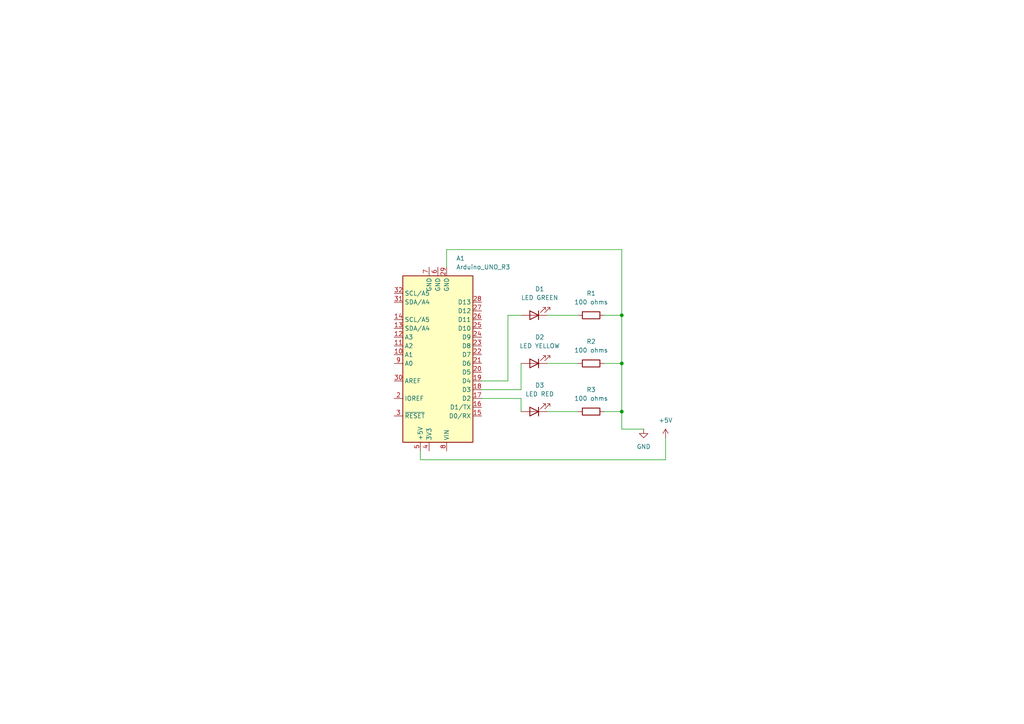
<source format=kicad_sch>
(kicad_sch (version 20211123) (generator eeschema)
  (paper "A4")
  (lib_symbols
    (symbol "Device:LED" (pin_numbers hide) (pin_names (offset 1.016) hide)
      (property "Reference" "D" (at 0 2.54 0))
      (property "Value" "LED" (at 0 -2.54 0))
      (symbol "LED_0_1"
        (polyline (pts (xy -1.27 -1.27) (xy -1.27 1.27)) (stroke (width 0.254)))
        (polyline (pts (xy -1.27 0) (xy 1.27 0)))
        (polyline (pts (xy 1.27 -1.27) (xy 1.27 1.27) (xy -1.27 0) (xy 1.27 -1.27)) (stroke (width 0.254)))
        (polyline (pts (xy -3.048 -0.762) (xy -4.572 -2.286) (xy -3.81 -2.286) (xy -4.572 -2.286) (xy -4.572 -1.524)))
        (polyline (pts (xy -1.778 -0.762) (xy -3.302 -2.286) (xy -2.54 -2.286) (xy -3.302 -2.286) (xy -3.302 -1.524)))
      )
      (symbol "LED_1_1"
        (pin passive line (at -3.81 0 0) (length 2.54) (name "K") (number "1"))
        (pin passive line (at 3.81 0 180) (length 2.54) (name "A") (number "2"))
      )
    )
    (symbol "Device:R" (pin_numbers hide) (pin_names (offset 0))
      (property "Reference" "R" (at 2.032 0 90))
      (property "Value" "R" (at 0 0 90))
      (symbol "R_0_1"
        (rectangle (start -1.016 -2.54) (end 1.016 2.54) (stroke (width 0.254)))
      )
      (symbol "R_1_1"
        (pin passive line (at 0 3.81 270) (length 1.27) (name "~") (number "1"))
        (pin passive line (at 0 -3.81 90) (length 1.27) (name "~") (number "2"))
      )
    )
    (symbol "MCU_Module:Arduino_UNO_R3"
      (property "Reference" "A" (at -10.16 23.495 0))
      (property "Value" "Arduino_UNO_R3" (at 5.08 -26.67 0))
      (symbol "Arduino_UNO_R3_0_1"
        (rectangle (start -10.16 22.86) (end 10.16 -25.4) (stroke (width 0.254)) (fill (type background)))
      )
      (symbol "Arduino_UNO_R3_1_1"
        (pin no_connect line (at -10.16 -20.32 0) (length 2.54) hide (name "NC") (number "1"))
        (pin bidirectional line (at 12.7 -2.54 180) (length 2.54) (name "A1") (number "10"))
        (pin bidirectional line (at 12.7 -5.08 180) (length 2.54) (name "A2") (number "11"))
        (pin bidirectional line (at 12.7 -7.62 180) (length 2.54) (name "A3") (number "12"))
        (pin bidirectional line (at 12.7 -10.16 180) (length 2.54) (name "SDA/A4") (number "13"))
        (pin bidirectional line (at 12.7 -12.7 180) (length 2.54) (name "SCL/A5") (number "14"))
        (pin bidirectional line (at -12.7 15.24 0) (length 2.54) (name "D0/RX") (number "15"))
        (pin bidirectional line (at -12.7 12.7 0) (length 2.54) (name "D1/TX") (number "16"))
        (pin bidirectional line (at -12.7 10.16 0) (length 2.54) (name "D2") (number "17"))
        (pin bidirectional line (at -12.7 7.62 0) (length 2.54) (name "D3") (number "18"))
        (pin bidirectional line (at -12.7 5.08 0) (length 2.54) (name "D4") (number "19"))
        (pin output line (at 12.7 10.16 180) (length 2.54) (name "IOREF") (number "2"))
        (pin bidirectional line (at -12.7 2.54 0) (length 2.54) (name "D5") (number "20"))
        (pin bidirectional line (at -12.7 0 0) (length 2.54) (name "D6") (number "21"))
        (pin bidirectional line (at -12.7 -2.54 0) (length 2.54) (name "D7") (number "22"))
        (pin bidirectional line (at -12.7 -5.08 0) (length 2.54) (name "D8") (number "23"))
        (pin bidirectional line (at -12.7 -7.62 0) (length 2.54) (name "D9") (number "24"))
        (pin bidirectional line (at -12.7 -10.16 0) (length 2.54) (name "D10") (number "25"))
        (pin bidirectional line (at -12.7 -12.7 0) (length 2.54) (name "D11") (number "26"))
        (pin bidirectional line (at -12.7 -15.24 0) (length 2.54) (name "D12") (number "27"))
        (pin bidirectional line (at -12.7 -17.78 0) (length 2.54) (name "D13") (number "28"))
        (pin power_in line (at -2.54 -27.94 90) (length 2.54) (name "GND") (number "29"))
        (pin input line (at 12.7 15.24 180) (length 2.54) (name "~{RESET}") (number "3"))
        (pin input line (at 12.7 5.08 180) (length 2.54) (name "AREF") (number "30"))
        (pin bidirectional line (at 12.7 -17.78 180) (length 2.54) (name "SDA/A4") (number "31"))
        (pin bidirectional line (at 12.7 -20.32 180) (length 2.54) (name "SCL/A5") (number "32"))
        (pin power_out line (at 2.54 25.4 270) (length 2.54) (name "3V3") (number "4"))
        (pin power_out line (at 5.08 25.4 270) (length 2.54) (name "+5V") (number "5"))
        (pin power_in line (at 0 -27.94 90) (length 2.54) (name "GND") (number "6"))
        (pin power_in line (at 2.54 -27.94 90) (length 2.54) (name "GND") (number "7"))
        (pin power_in line (at -2.54 25.4 270) (length 2.54) (name "VIN") (number "8"))
        (pin bidirectional line (at 12.7 0 180) (length 2.54) (name "A0") (number "9"))
      )
    )
    (symbol "power:+5V" (power) (pin_names (offset 0))
      (property "Value" "+5V" (at 0 3.556 0))
      (symbol "+5V_0_1"
        (polyline (pts (xy -0.762 1.27) (xy 0 2.54)))
        (polyline (pts (xy 0 0) (xy 0 2.54)))
        (polyline (pts (xy 0 2.54) (xy 0.762 1.27)))
      )
      (symbol "+5V_1_1"
        (pin power_in line (at 0 0 90) (length 0) hide (name "+5V") (number "1"))
      )
    )
    (symbol "power:GND" (power) (pin_names (offset 0))
      (property "Value" "GND" (at 0 -3.81 0))
      (symbol "GND_0_1"
        (polyline (pts (xy 0 0) (xy 0 -1.27) (xy 1.27 -1.27) (xy 0 -2.54) (xy -1.27 -1.27) (xy 0 -1.27)))
      )
      (symbol "GND_1_1"
        (pin power_in line (at 0 0 270) (length 0) hide (name "GND") (number "1"))
      )
    )
  )
  (junction (at 180.34 119.38))
  (junction (at 180.34 91.44))
  (junction (at 180.34 105.41))
  (wire (pts (xy 175.26 91.44) (xy 180.34 91.44)))
  (wire (pts (xy 180.34 124.46) (xy 180.34 119.38)))
  (wire (pts (xy 129.54 72.39) (xy 129.54 77.47)))
  (wire (pts (xy 158.75 105.41) (xy 167.64 105.41)))
  (wire (pts (xy 139.7 115.57) (xy 151.13 115.57)))
  (wire (pts (xy 186.69 124.46) (xy 180.34 124.46)))
  (wire (pts (xy 175.26 105.41) (xy 180.34 105.41)))
  (wire (pts (xy 180.34 105.41) (xy 180.34 91.44)))
  (wire (pts (xy 139.7 113.03) (xy 151.13 113.03)))
  (wire (pts (xy 158.75 91.44) (xy 167.64 91.44)))
  (wire (pts (xy 158.75 119.38) (xy 167.64 119.38)))
  (wire (pts (xy 139.7 110.49) (xy 147.32 110.49)))
  (wire (pts (xy 180.34 91.44) (xy 180.34 72.39)))
  (wire (pts (xy 147.32 110.49) (xy 147.32 91.44)))
  (wire (pts (xy 193.04 133.35) (xy 121.92 133.35)))
  (wire (pts (xy 151.13 113.03) (xy 151.13 105.41)))
  (wire (pts (xy 180.34 72.39) (xy 129.54 72.39)))
  (wire (pts (xy 180.34 119.38) (xy 180.34 105.41)))
  (wire (pts (xy 151.13 115.57) (xy 151.13 119.38)))
  (wire (pts (xy 175.26 119.38) (xy 180.34 119.38)))
  (wire (pts (xy 147.32 91.44) (xy 151.13 91.44)))
  (wire (pts (xy 193.04 127) (xy 193.04 133.35)))
  (wire (pts (xy 121.92 133.35) (xy 121.92 130.81)))
  (symbol (lib_id "power:+5V") (at 193.04 127 0) (unit 1)
    (property "Reference" "#PWR?" (effects hide))
    (property "Value" "+5V" (at 193.04 121.92 0))
  )
  (symbol (lib_id "Device:LED") (at 154.94 91.44 180) (unit 1)
    (property "Reference" "D1" (at 156.5275 83.82 0))
    (property "Value" "LED GREEN" (at 156.5275 86.36 0))
  )
  (symbol (lib_id "Device:R") (at 171.45 105.41 270) (unit 1)
    (property "Reference" "R2" (at 171.45 99.06 90))
    (property "Value" "100 ohms" (at 171.45 101.6 90))
  )
  (symbol (lib_id "Device:R") (at 171.45 91.44 270) (unit 1)
    (property "Reference" "R1" (at 171.45 85.09 90))
    (property "Value" "100 ohms" (at 171.45 87.63 90))
  )
  (symbol (lib_id "Device:R") (at 171.45 119.38 270) (unit 1)
    (property "Reference" "R3" (at 171.45 113.03 90))
    (property "Value" "100 ohms" (at 171.45 115.57 90))
  )
  (symbol (lib_id "Device:LED") (at 154.94 119.38 180) (unit 1)
    (property "Reference" "D3" (at 156.5275 111.76 0))
    (property "Value" "LED RED" (at 156.5275 114.3 0))
  )
  (symbol (lib_id "MCU_Module:Arduino_UNO_R3") (at 127 105.41 180) (unit 1)
    (property "Reference" "A1" (at 132.3087 74.93 0) (effects (justify right)))
    (property "Value" "Arduino_UNO_R3" (at 132.3087 77.47 0) (effects (justify right)))
    (property "Footprint" "Module:Arduino_UNO_R3" (effects hide))
    (property "Datasheet" "https://www.arduino.cc/en/Main/arduinoBoardUno" (effects hide))
  )
  (symbol (lib_id "power:GND") (at 186.69 124.46 0) (unit 1)
    (property "Reference" "#PWR?" (effects hide))
    (property "Value" "GND" (at 186.69 129.54 0))
  )
  (symbol (lib_id "Device:LED") (at 154.94 105.41 180) (unit 1)
    (property "Reference" "D2" (at 156.5275 97.79 0))
    (property "Value" "LED YELLOW" (at 156.5275 100.33 0))
  )
)
</source>
